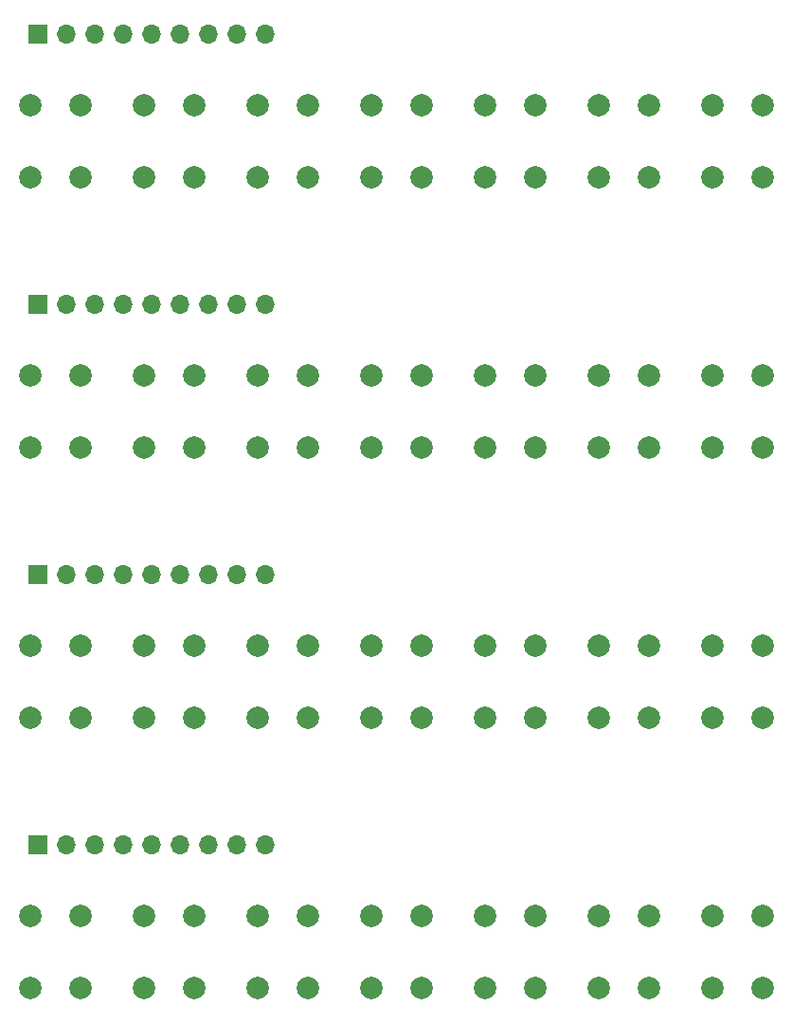
<source format=gbr>
%TF.GenerationSoftware,KiCad,Pcbnew,(5.1.7)-1*%
%TF.CreationDate,2021-03-20T09:03:10+03:00*%
%TF.ProjectId,mini_keyboard,6d696e69-5f6b-4657-9962-6f6172642e6b,v0.1*%
%TF.SameCoordinates,Original*%
%TF.FileFunction,Soldermask,Top*%
%TF.FilePolarity,Negative*%
%FSLAX46Y46*%
G04 Gerber Fmt 4.6, Leading zero omitted, Abs format (unit mm)*
G04 Created by KiCad (PCBNEW (5.1.7)-1) date 2021-03-20 09:03:10*
%MOMM*%
%LPD*%
G01*
G04 APERTURE LIST*
%ADD10C,2.000000*%
%ADD11R,1.700000X1.700000*%
%ADD12O,1.700000X1.700000*%
G04 APERTURE END LIST*
D10*
%TO.C,SW1*%
X65350000Y-106680000D03*
X69850000Y-106680000D03*
X65350000Y-113180000D03*
X69850000Y-113180000D03*
%TD*%
D11*
%TO.C,J1*%
X66040000Y-100330000D03*
D12*
X68580000Y-100330000D03*
X71120000Y-100330000D03*
X73660000Y-100330000D03*
X76200000Y-100330000D03*
X78740000Y-100330000D03*
X81280000Y-100330000D03*
X83820000Y-100330000D03*
X86360000Y-100330000D03*
%TD*%
D10*
%TO.C,SW7*%
X126310000Y-106680000D03*
X130810000Y-106680000D03*
X126310000Y-113180000D03*
X130810000Y-113180000D03*
%TD*%
%TO.C,SW6*%
X116150000Y-106680000D03*
X120650000Y-106680000D03*
X116150000Y-113180000D03*
X120650000Y-113180000D03*
%TD*%
%TO.C,SW5*%
X105990000Y-106680000D03*
X110490000Y-106680000D03*
X105990000Y-113180000D03*
X110490000Y-113180000D03*
%TD*%
%TO.C,SW4*%
X95830000Y-106680000D03*
X100330000Y-106680000D03*
X95830000Y-113180000D03*
X100330000Y-113180000D03*
%TD*%
%TO.C,SW3*%
X85670000Y-106680000D03*
X90170000Y-106680000D03*
X85670000Y-113180000D03*
X90170000Y-113180000D03*
%TD*%
%TO.C,SW2*%
X75510000Y-106680000D03*
X80010000Y-106680000D03*
X75510000Y-113180000D03*
X80010000Y-113180000D03*
%TD*%
%TO.C,SW2*%
X80010000Y-89050000D03*
X75510000Y-89050000D03*
X80010000Y-82550000D03*
X75510000Y-82550000D03*
%TD*%
%TO.C,SW3*%
X90170000Y-89050000D03*
X85670000Y-89050000D03*
X90170000Y-82550000D03*
X85670000Y-82550000D03*
%TD*%
%TO.C,SW4*%
X100330000Y-89050000D03*
X95830000Y-89050000D03*
X100330000Y-82550000D03*
X95830000Y-82550000D03*
%TD*%
%TO.C,SW5*%
X110490000Y-89050000D03*
X105990000Y-89050000D03*
X110490000Y-82550000D03*
X105990000Y-82550000D03*
%TD*%
%TO.C,SW6*%
X120650000Y-89050000D03*
X116150000Y-89050000D03*
X120650000Y-82550000D03*
X116150000Y-82550000D03*
%TD*%
%TO.C,SW7*%
X130810000Y-89050000D03*
X126310000Y-89050000D03*
X130810000Y-82550000D03*
X126310000Y-82550000D03*
%TD*%
D12*
%TO.C,J1*%
X86360000Y-76200000D03*
X83820000Y-76200000D03*
X81280000Y-76200000D03*
X78740000Y-76200000D03*
X76200000Y-76200000D03*
X73660000Y-76200000D03*
X71120000Y-76200000D03*
X68580000Y-76200000D03*
D11*
X66040000Y-76200000D03*
%TD*%
D10*
%TO.C,SW1*%
X69850000Y-89050000D03*
X65350000Y-89050000D03*
X69850000Y-82550000D03*
X65350000Y-82550000D03*
%TD*%
%TO.C,SW1*%
X65350000Y-58420000D03*
X69850000Y-58420000D03*
X65350000Y-64920000D03*
X69850000Y-64920000D03*
%TD*%
D11*
%TO.C,J1*%
X66040000Y-52070000D03*
D12*
X68580000Y-52070000D03*
X71120000Y-52070000D03*
X73660000Y-52070000D03*
X76200000Y-52070000D03*
X78740000Y-52070000D03*
X81280000Y-52070000D03*
X83820000Y-52070000D03*
X86360000Y-52070000D03*
%TD*%
D10*
%TO.C,SW7*%
X126310000Y-58420000D03*
X130810000Y-58420000D03*
X126310000Y-64920000D03*
X130810000Y-64920000D03*
%TD*%
%TO.C,SW6*%
X116150000Y-58420000D03*
X120650000Y-58420000D03*
X116150000Y-64920000D03*
X120650000Y-64920000D03*
%TD*%
%TO.C,SW5*%
X105990000Y-58420000D03*
X110490000Y-58420000D03*
X105990000Y-64920000D03*
X110490000Y-64920000D03*
%TD*%
%TO.C,SW4*%
X95830000Y-58420000D03*
X100330000Y-58420000D03*
X95830000Y-64920000D03*
X100330000Y-64920000D03*
%TD*%
%TO.C,SW3*%
X85670000Y-58420000D03*
X90170000Y-58420000D03*
X85670000Y-64920000D03*
X90170000Y-64920000D03*
%TD*%
%TO.C,SW2*%
X75510000Y-58420000D03*
X80010000Y-58420000D03*
X75510000Y-64920000D03*
X80010000Y-64920000D03*
%TD*%
%TO.C,SW7*%
X130810000Y-40790000D03*
X126310000Y-40790000D03*
X130810000Y-34290000D03*
X126310000Y-34290000D03*
%TD*%
%TO.C,SW6*%
X120650000Y-40790000D03*
X116150000Y-40790000D03*
X120650000Y-34290000D03*
X116150000Y-34290000D03*
%TD*%
%TO.C,SW5*%
X110490000Y-40790000D03*
X105990000Y-40790000D03*
X110490000Y-34290000D03*
X105990000Y-34290000D03*
%TD*%
%TO.C,SW4*%
X100330000Y-40790000D03*
X95830000Y-40790000D03*
X100330000Y-34290000D03*
X95830000Y-34290000D03*
%TD*%
%TO.C,SW3*%
X90170000Y-40790000D03*
X85670000Y-40790000D03*
X90170000Y-34290000D03*
X85670000Y-34290000D03*
%TD*%
%TO.C,SW2*%
X80010000Y-40790000D03*
X75510000Y-40790000D03*
X80010000Y-34290000D03*
X75510000Y-34290000D03*
%TD*%
%TO.C,SW1*%
X69850000Y-40790000D03*
X65350000Y-40790000D03*
X69850000Y-34290000D03*
X65350000Y-34290000D03*
%TD*%
D12*
%TO.C,J1*%
X86360000Y-27940000D03*
X83820000Y-27940000D03*
X81280000Y-27940000D03*
X78740000Y-27940000D03*
X76200000Y-27940000D03*
X73660000Y-27940000D03*
X71120000Y-27940000D03*
X68580000Y-27940000D03*
D11*
X66040000Y-27940000D03*
%TD*%
M02*

</source>
